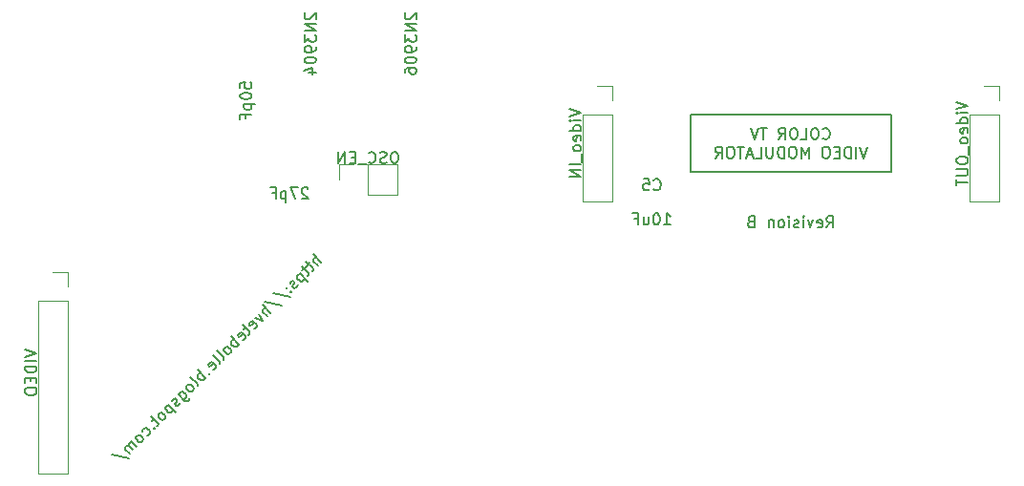
<source format=gbo>
G04 #@! TF.FileFunction,Legend,Bot*
%FSLAX46Y46*%
G04 Gerber Fmt 4.6, Leading zero omitted, Abs format (unit mm)*
G04 Created by KiCad (PCBNEW 4.0.7) date 02/27/19 23:03:59*
%MOMM*%
%LPD*%
G01*
G04 APERTURE LIST*
%ADD10C,0.100000*%
%ADD11C,0.150000*%
%ADD12C,0.200000*%
%ADD13C,0.120000*%
G04 APERTURE END LIST*
D10*
D11*
X126658333Y-57317143D02*
X126705952Y-57364762D01*
X126848809Y-57412381D01*
X126944047Y-57412381D01*
X127086905Y-57364762D01*
X127182143Y-57269524D01*
X127229762Y-57174286D01*
X127277381Y-56983810D01*
X127277381Y-56840952D01*
X127229762Y-56650476D01*
X127182143Y-56555238D01*
X127086905Y-56460000D01*
X126944047Y-56412381D01*
X126848809Y-56412381D01*
X126705952Y-56460000D01*
X126658333Y-56507619D01*
X126039286Y-56412381D02*
X125848809Y-56412381D01*
X125753571Y-56460000D01*
X125658333Y-56555238D01*
X125610714Y-56745714D01*
X125610714Y-57079048D01*
X125658333Y-57269524D01*
X125753571Y-57364762D01*
X125848809Y-57412381D01*
X126039286Y-57412381D01*
X126134524Y-57364762D01*
X126229762Y-57269524D01*
X126277381Y-57079048D01*
X126277381Y-56745714D01*
X126229762Y-56555238D01*
X126134524Y-56460000D01*
X126039286Y-56412381D01*
X124705952Y-57412381D02*
X125182143Y-57412381D01*
X125182143Y-56412381D01*
X124182143Y-56412381D02*
X123991666Y-56412381D01*
X123896428Y-56460000D01*
X123801190Y-56555238D01*
X123753571Y-56745714D01*
X123753571Y-57079048D01*
X123801190Y-57269524D01*
X123896428Y-57364762D01*
X123991666Y-57412381D01*
X124182143Y-57412381D01*
X124277381Y-57364762D01*
X124372619Y-57269524D01*
X124420238Y-57079048D01*
X124420238Y-56745714D01*
X124372619Y-56555238D01*
X124277381Y-56460000D01*
X124182143Y-56412381D01*
X122753571Y-57412381D02*
X123086905Y-56936190D01*
X123325000Y-57412381D02*
X123325000Y-56412381D01*
X122944047Y-56412381D01*
X122848809Y-56460000D01*
X122801190Y-56507619D01*
X122753571Y-56602857D01*
X122753571Y-56745714D01*
X122801190Y-56840952D01*
X122848809Y-56888571D01*
X122944047Y-56936190D01*
X123325000Y-56936190D01*
X121705952Y-56412381D02*
X121134523Y-56412381D01*
X121420238Y-57412381D02*
X121420238Y-56412381D01*
X120944047Y-56412381D02*
X120610714Y-57412381D01*
X120277380Y-56412381D01*
X130610714Y-58062381D02*
X130277381Y-59062381D01*
X129944047Y-58062381D01*
X129610714Y-59062381D02*
X129610714Y-58062381D01*
X129134524Y-59062381D02*
X129134524Y-58062381D01*
X128896429Y-58062381D01*
X128753571Y-58110000D01*
X128658333Y-58205238D01*
X128610714Y-58300476D01*
X128563095Y-58490952D01*
X128563095Y-58633810D01*
X128610714Y-58824286D01*
X128658333Y-58919524D01*
X128753571Y-59014762D01*
X128896429Y-59062381D01*
X129134524Y-59062381D01*
X128134524Y-58538571D02*
X127801190Y-58538571D01*
X127658333Y-59062381D02*
X128134524Y-59062381D01*
X128134524Y-58062381D01*
X127658333Y-58062381D01*
X127039286Y-58062381D02*
X126848809Y-58062381D01*
X126753571Y-58110000D01*
X126658333Y-58205238D01*
X126610714Y-58395714D01*
X126610714Y-58729048D01*
X126658333Y-58919524D01*
X126753571Y-59014762D01*
X126848809Y-59062381D01*
X127039286Y-59062381D01*
X127134524Y-59014762D01*
X127229762Y-58919524D01*
X127277381Y-58729048D01*
X127277381Y-58395714D01*
X127229762Y-58205238D01*
X127134524Y-58110000D01*
X127039286Y-58062381D01*
X125420238Y-59062381D02*
X125420238Y-58062381D01*
X125086904Y-58776667D01*
X124753571Y-58062381D01*
X124753571Y-59062381D01*
X124086905Y-58062381D02*
X123896428Y-58062381D01*
X123801190Y-58110000D01*
X123705952Y-58205238D01*
X123658333Y-58395714D01*
X123658333Y-58729048D01*
X123705952Y-58919524D01*
X123801190Y-59014762D01*
X123896428Y-59062381D01*
X124086905Y-59062381D01*
X124182143Y-59014762D01*
X124277381Y-58919524D01*
X124325000Y-58729048D01*
X124325000Y-58395714D01*
X124277381Y-58205238D01*
X124182143Y-58110000D01*
X124086905Y-58062381D01*
X123229762Y-59062381D02*
X123229762Y-58062381D01*
X122991667Y-58062381D01*
X122848809Y-58110000D01*
X122753571Y-58205238D01*
X122705952Y-58300476D01*
X122658333Y-58490952D01*
X122658333Y-58633810D01*
X122705952Y-58824286D01*
X122753571Y-58919524D01*
X122848809Y-59014762D01*
X122991667Y-59062381D01*
X123229762Y-59062381D01*
X122229762Y-58062381D02*
X122229762Y-58871905D01*
X122182143Y-58967143D01*
X122134524Y-59014762D01*
X122039286Y-59062381D01*
X121848809Y-59062381D01*
X121753571Y-59014762D01*
X121705952Y-58967143D01*
X121658333Y-58871905D01*
X121658333Y-58062381D01*
X120705952Y-59062381D02*
X121182143Y-59062381D01*
X121182143Y-58062381D01*
X120420238Y-58776667D02*
X119944047Y-58776667D01*
X120515476Y-59062381D02*
X120182143Y-58062381D01*
X119848809Y-59062381D01*
X119658333Y-58062381D02*
X119086904Y-58062381D01*
X119372619Y-59062381D02*
X119372619Y-58062381D01*
X118563095Y-58062381D02*
X118372618Y-58062381D01*
X118277380Y-58110000D01*
X118182142Y-58205238D01*
X118134523Y-58395714D01*
X118134523Y-58729048D01*
X118182142Y-58919524D01*
X118277380Y-59014762D01*
X118372618Y-59062381D01*
X118563095Y-59062381D01*
X118658333Y-59014762D01*
X118753571Y-58919524D01*
X118801190Y-58729048D01*
X118801190Y-58395714D01*
X118753571Y-58205238D01*
X118658333Y-58110000D01*
X118563095Y-58062381D01*
X117134523Y-59062381D02*
X117467857Y-58586190D01*
X117705952Y-59062381D02*
X117705952Y-58062381D01*
X117324999Y-58062381D01*
X117229761Y-58110000D01*
X117182142Y-58157619D01*
X117134523Y-58252857D01*
X117134523Y-58395714D01*
X117182142Y-58490952D01*
X117229761Y-58538571D01*
X117324999Y-58586190D01*
X117705952Y-58586190D01*
D12*
X132715000Y-60325000D02*
X132715000Y-55245000D01*
X114935000Y-60325000D02*
X132715000Y-60325000D01*
X114935000Y-55245000D02*
X114935000Y-60325000D01*
X132715000Y-55245000D02*
X114935000Y-55245000D01*
D11*
X126991666Y-65222381D02*
X127325000Y-64746190D01*
X127563095Y-65222381D02*
X127563095Y-64222381D01*
X127182142Y-64222381D01*
X127086904Y-64270000D01*
X127039285Y-64317619D01*
X126991666Y-64412857D01*
X126991666Y-64555714D01*
X127039285Y-64650952D01*
X127086904Y-64698571D01*
X127182142Y-64746190D01*
X127563095Y-64746190D01*
X126182142Y-65174762D02*
X126277380Y-65222381D01*
X126467857Y-65222381D01*
X126563095Y-65174762D01*
X126610714Y-65079524D01*
X126610714Y-64698571D01*
X126563095Y-64603333D01*
X126467857Y-64555714D01*
X126277380Y-64555714D01*
X126182142Y-64603333D01*
X126134523Y-64698571D01*
X126134523Y-64793810D01*
X126610714Y-64889048D01*
X125801190Y-64555714D02*
X125563095Y-65222381D01*
X125324999Y-64555714D01*
X124944047Y-65222381D02*
X124944047Y-64555714D01*
X124944047Y-64222381D02*
X124991666Y-64270000D01*
X124944047Y-64317619D01*
X124896428Y-64270000D01*
X124944047Y-64222381D01*
X124944047Y-64317619D01*
X124515476Y-65174762D02*
X124420238Y-65222381D01*
X124229762Y-65222381D01*
X124134523Y-65174762D01*
X124086904Y-65079524D01*
X124086904Y-65031905D01*
X124134523Y-64936667D01*
X124229762Y-64889048D01*
X124372619Y-64889048D01*
X124467857Y-64841429D01*
X124515476Y-64746190D01*
X124515476Y-64698571D01*
X124467857Y-64603333D01*
X124372619Y-64555714D01*
X124229762Y-64555714D01*
X124134523Y-64603333D01*
X123658333Y-65222381D02*
X123658333Y-64555714D01*
X123658333Y-64222381D02*
X123705952Y-64270000D01*
X123658333Y-64317619D01*
X123610714Y-64270000D01*
X123658333Y-64222381D01*
X123658333Y-64317619D01*
X123039286Y-65222381D02*
X123134524Y-65174762D01*
X123182143Y-65127143D01*
X123229762Y-65031905D01*
X123229762Y-64746190D01*
X123182143Y-64650952D01*
X123134524Y-64603333D01*
X123039286Y-64555714D01*
X122896428Y-64555714D01*
X122801190Y-64603333D01*
X122753571Y-64650952D01*
X122705952Y-64746190D01*
X122705952Y-65031905D01*
X122753571Y-65127143D01*
X122801190Y-65174762D01*
X122896428Y-65222381D01*
X123039286Y-65222381D01*
X122277381Y-64555714D02*
X122277381Y-65222381D01*
X122277381Y-64650952D02*
X122229762Y-64603333D01*
X122134524Y-64555714D01*
X121991666Y-64555714D01*
X121896428Y-64603333D01*
X121848809Y-64698571D01*
X121848809Y-65222381D01*
X120277380Y-64698571D02*
X120134523Y-64746190D01*
X120086904Y-64793810D01*
X120039285Y-64889048D01*
X120039285Y-65031905D01*
X120086904Y-65127143D01*
X120134523Y-65174762D01*
X120229761Y-65222381D01*
X120610714Y-65222381D01*
X120610714Y-64222381D01*
X120277380Y-64222381D01*
X120182142Y-64270000D01*
X120134523Y-64317619D01*
X120086904Y-64412857D01*
X120086904Y-64508095D01*
X120134523Y-64603333D01*
X120182142Y-64650952D01*
X120277380Y-64698571D01*
X120610714Y-64698571D01*
X82200553Y-68299210D02*
X81493447Y-67592103D01*
X81897507Y-68602256D02*
X81527118Y-68231867D01*
X81493446Y-68130851D01*
X81527118Y-68029836D01*
X81628133Y-67928820D01*
X81729149Y-67895149D01*
X81796492Y-67895149D01*
X81190400Y-68366553D02*
X80921027Y-68635927D01*
X80853683Y-68231867D02*
X81459775Y-68837958D01*
X81493447Y-68938973D01*
X81459775Y-69039988D01*
X81392431Y-69107332D01*
X80786339Y-68770615D02*
X80516965Y-69039988D01*
X80449622Y-68635928D02*
X81055714Y-69242020D01*
X81089385Y-69343035D01*
X81055714Y-69444050D01*
X80988370Y-69511393D01*
X80281263Y-69275691D02*
X80988369Y-69982798D01*
X80314934Y-69309363D02*
X80213919Y-69343035D01*
X80079232Y-69477722D01*
X80045560Y-69578737D01*
X80045560Y-69646081D01*
X80079232Y-69747096D01*
X80281263Y-69949127D01*
X80382278Y-69982799D01*
X80449621Y-69982799D01*
X80550636Y-69949127D01*
X80685324Y-69814439D01*
X80718996Y-69713424D01*
X80112904Y-70319516D02*
X80079232Y-70420531D01*
X79944545Y-70555218D01*
X79843530Y-70588890D01*
X79742514Y-70555219D01*
X79708843Y-70521547D01*
X79675171Y-70420532D01*
X79708843Y-70319516D01*
X79809859Y-70218501D01*
X79843530Y-70117486D01*
X79809858Y-70016470D01*
X79776186Y-69982798D01*
X79675171Y-69949126D01*
X79574156Y-69982798D01*
X79473141Y-70083813D01*
X79439468Y-70184829D01*
X79473141Y-70891936D02*
X79473141Y-70959279D01*
X79540484Y-70959279D01*
X79540484Y-70891936D01*
X79473141Y-70891936D01*
X79540484Y-70959279D01*
X79102751Y-70521546D02*
X79102751Y-70588890D01*
X79170095Y-70588890D01*
X79170095Y-70521546D01*
X79102751Y-70521546D01*
X79170095Y-70588890D01*
X77957912Y-71060294D02*
X79473141Y-71363340D01*
X77217133Y-71801073D02*
X78732362Y-72104118D01*
X77722210Y-72777553D02*
X77015103Y-72070447D01*
X77419164Y-73080600D02*
X77048774Y-72710210D01*
X77015102Y-72609195D01*
X77048774Y-72508180D01*
X77149790Y-72407164D01*
X77250805Y-72373492D01*
X77318149Y-72373492D01*
X76678385Y-72878569D02*
X76981431Y-73518332D01*
X76341667Y-73215286D01*
X76240652Y-74191768D02*
X76341667Y-74158096D01*
X76476355Y-74023408D01*
X76510027Y-73922393D01*
X76476355Y-73821378D01*
X76206981Y-73552004D01*
X76105965Y-73518332D01*
X76004950Y-73552004D01*
X75870263Y-73686691D01*
X75836591Y-73787706D01*
X75870263Y-73888722D01*
X75937607Y-73956066D01*
X76341668Y-73686691D01*
X75567217Y-73989737D02*
X75297843Y-74259110D01*
X75230500Y-73855050D02*
X75836592Y-74461141D01*
X75870263Y-74562157D01*
X75836592Y-74663172D01*
X75769248Y-74730515D01*
X75230499Y-75201921D02*
X75331514Y-75168249D01*
X75466202Y-75033561D01*
X75499874Y-74932546D01*
X75466202Y-74831531D01*
X75196828Y-74562157D01*
X75095812Y-74528485D01*
X74994797Y-74562157D01*
X74860110Y-74696844D01*
X74826438Y-74797859D01*
X74860110Y-74898874D01*
X74927454Y-74966219D01*
X75331515Y-74696844D01*
X74927454Y-75572310D02*
X74220347Y-74865203D01*
X74489721Y-75134576D02*
X74388706Y-75168248D01*
X74254018Y-75302936D01*
X74220346Y-75403951D01*
X74220346Y-75471294D01*
X74254018Y-75572310D01*
X74456049Y-75774341D01*
X74557064Y-75808012D01*
X74624408Y-75808012D01*
X74725423Y-75774341D01*
X74860110Y-75639653D01*
X74893782Y-75538638D01*
X74186675Y-76313088D02*
X74220347Y-76212073D01*
X74220347Y-76144729D01*
X74186675Y-76043714D01*
X73984644Y-75841683D01*
X73883629Y-75808012D01*
X73816286Y-75808012D01*
X73715271Y-75841683D01*
X73614255Y-75942699D01*
X73580583Y-76043714D01*
X73580583Y-76111058D01*
X73614255Y-76212073D01*
X73816286Y-76414104D01*
X73917301Y-76447776D01*
X73984644Y-76447776D01*
X74085659Y-76414104D01*
X74186675Y-76313088D01*
X73546912Y-76952851D02*
X73580584Y-76851836D01*
X73546912Y-76750821D01*
X72940820Y-76144729D01*
X73176522Y-77323241D02*
X73210194Y-77222226D01*
X73176522Y-77121211D01*
X72570431Y-76515119D01*
X72604102Y-77828318D02*
X72705117Y-77794646D01*
X72839804Y-77659959D01*
X72873476Y-77558944D01*
X72839804Y-77457929D01*
X72570430Y-77188554D01*
X72469415Y-77154882D01*
X72368400Y-77188554D01*
X72233712Y-77323242D01*
X72200040Y-77424257D01*
X72233712Y-77525272D01*
X72301056Y-77592616D01*
X72705118Y-77323242D01*
X72233713Y-78131364D02*
X72233713Y-78198707D01*
X72301056Y-78198707D01*
X72301056Y-78131364D01*
X72233713Y-78131364D01*
X72301056Y-78198707D01*
X71964339Y-78535424D02*
X71257232Y-77828317D01*
X71526606Y-78097691D02*
X71425591Y-78131363D01*
X71290903Y-78266050D01*
X71257232Y-78367066D01*
X71257232Y-78434409D01*
X71290903Y-78535424D01*
X71492934Y-78737455D01*
X71593950Y-78771127D01*
X71661293Y-78771127D01*
X71762308Y-78737455D01*
X71896996Y-78602768D01*
X71930667Y-78501753D01*
X71223561Y-79276203D02*
X71257232Y-79175188D01*
X71223561Y-79074172D01*
X70617469Y-78468081D01*
X70853171Y-79646592D02*
X70886843Y-79545577D01*
X70886843Y-79478234D01*
X70853171Y-79377219D01*
X70651140Y-79175188D01*
X70550125Y-79141516D01*
X70482781Y-79141516D01*
X70381766Y-79175188D01*
X70280750Y-79276203D01*
X70247079Y-79377219D01*
X70247079Y-79444562D01*
X70280750Y-79545577D01*
X70482781Y-79747608D01*
X70583797Y-79781280D01*
X70651140Y-79781280D01*
X70752155Y-79747608D01*
X70853171Y-79646592D01*
X69539972Y-80016982D02*
X70112392Y-80589402D01*
X70213407Y-80623074D01*
X70280750Y-80623074D01*
X70381766Y-80589401D01*
X70482781Y-80488386D01*
X70516453Y-80387371D01*
X69977705Y-80454715D02*
X70078720Y-80421043D01*
X70213408Y-80286356D01*
X70247079Y-80185341D01*
X70247079Y-80117997D01*
X70213408Y-80016982D01*
X70011377Y-79814951D01*
X69910362Y-79781279D01*
X69843018Y-79781279D01*
X69742003Y-79814951D01*
X69607315Y-79949638D01*
X69573644Y-80050654D01*
X69674659Y-80757760D02*
X69640988Y-80858776D01*
X69506301Y-80993462D01*
X69405285Y-81027135D01*
X69304270Y-80993463D01*
X69270598Y-80959791D01*
X69236926Y-80858776D01*
X69270599Y-80757760D01*
X69371614Y-80656745D01*
X69405286Y-80555730D01*
X69371613Y-80454714D01*
X69337942Y-80421043D01*
X69236926Y-80387371D01*
X69135911Y-80421043D01*
X69034896Y-80522058D01*
X69001224Y-80623074D01*
X68630835Y-80926119D02*
X69337942Y-81633226D01*
X68664507Y-80959791D02*
X68563491Y-80993462D01*
X68428804Y-81128150D01*
X68395132Y-81229165D01*
X68395132Y-81296509D01*
X68428804Y-81397524D01*
X68630835Y-81599555D01*
X68731850Y-81633227D01*
X68799193Y-81633227D01*
X68900209Y-81599555D01*
X69034896Y-81464867D01*
X69068568Y-81363852D01*
X68361461Y-82138302D02*
X68395133Y-82037287D01*
X68395133Y-81969944D01*
X68361461Y-81868929D01*
X68159430Y-81666898D01*
X68058415Y-81633226D01*
X67991071Y-81633226D01*
X67890056Y-81666898D01*
X67789040Y-81767913D01*
X67755369Y-81868929D01*
X67755369Y-81936272D01*
X67789040Y-82037287D01*
X67991071Y-82239318D01*
X68092087Y-82272990D01*
X68159430Y-82272990D01*
X68260445Y-82239318D01*
X68361461Y-82138302D01*
X67452323Y-82104631D02*
X67182950Y-82374004D01*
X67115606Y-81969944D02*
X67721698Y-82576035D01*
X67755369Y-82677050D01*
X67721698Y-82778066D01*
X67654354Y-82845409D01*
X67351308Y-83013768D02*
X67351308Y-83081112D01*
X67418652Y-83081112D01*
X67418652Y-83013768D01*
X67351308Y-83013768D01*
X67418652Y-83081112D01*
X66745216Y-83687203D02*
X66846232Y-83653532D01*
X66980919Y-83518844D01*
X67014591Y-83417829D01*
X67014591Y-83350486D01*
X66980919Y-83249470D01*
X66778888Y-83047439D01*
X66677873Y-83013768D01*
X66610530Y-83013768D01*
X66509514Y-83047439D01*
X66374827Y-83182127D01*
X66341155Y-83283142D01*
X66374828Y-84124936D02*
X66408499Y-84023921D01*
X66408499Y-83956577D01*
X66374828Y-83855562D01*
X66172797Y-83653531D01*
X66071781Y-83619859D01*
X66004438Y-83619859D01*
X65903423Y-83653531D01*
X65802407Y-83754547D01*
X65768735Y-83855562D01*
X65768735Y-83922905D01*
X65802407Y-84023921D01*
X66004438Y-84225952D01*
X66105453Y-84259623D01*
X66172797Y-84259623D01*
X66273812Y-84225952D01*
X66374828Y-84124936D01*
X65836079Y-84663684D02*
X65364675Y-84192279D01*
X65432018Y-84259623D02*
X65364675Y-84259623D01*
X65263659Y-84293294D01*
X65162644Y-84394310D01*
X65128972Y-84495325D01*
X65162644Y-84596341D01*
X65533033Y-84966730D01*
X65162644Y-84596341D02*
X65061628Y-84562669D01*
X64960613Y-84596341D01*
X64859598Y-84697356D01*
X64825926Y-84798371D01*
X64859598Y-84899386D01*
X65229988Y-85269776D01*
X63647416Y-85370791D02*
X65162644Y-85673836D01*
D13*
X59750000Y-87055000D02*
X57090000Y-87055000D01*
X59750000Y-71755000D02*
X59750000Y-87055000D01*
X57090000Y-71755000D02*
X57090000Y-87055000D01*
X59750000Y-71755000D02*
X57090000Y-71755000D01*
X59750000Y-70485000D02*
X59750000Y-69155000D01*
X59750000Y-69155000D02*
X58420000Y-69155000D01*
X108010000Y-62925000D02*
X105350000Y-62925000D01*
X108010000Y-55245000D02*
X108010000Y-62925000D01*
X105350000Y-55245000D02*
X105350000Y-62925000D01*
X108010000Y-55245000D02*
X105350000Y-55245000D01*
X108010000Y-53975000D02*
X108010000Y-52645000D01*
X108010000Y-52645000D02*
X106680000Y-52645000D01*
X142300000Y-62925000D02*
X139640000Y-62925000D01*
X142300000Y-55245000D02*
X142300000Y-62925000D01*
X139640000Y-55245000D02*
X139640000Y-62925000D01*
X142300000Y-55245000D02*
X139640000Y-55245000D01*
X142300000Y-53975000D02*
X142300000Y-52645000D01*
X142300000Y-52645000D02*
X140970000Y-52645000D01*
X88960000Y-59630000D02*
X88960000Y-62290000D01*
X86360000Y-59630000D02*
X88960000Y-59630000D01*
X86360000Y-62290000D02*
X88960000Y-62290000D01*
X86360000Y-59630000D02*
X86360000Y-62290000D01*
X85090000Y-59630000D02*
X83760000Y-59630000D01*
X83760000Y-59630000D02*
X83760000Y-60960000D01*
D11*
X55967381Y-76057381D02*
X56967381Y-76390714D01*
X55967381Y-76724048D01*
X56967381Y-77057381D02*
X55967381Y-77057381D01*
X56967381Y-77533571D02*
X55967381Y-77533571D01*
X55967381Y-77771666D01*
X56015000Y-77914524D01*
X56110238Y-78009762D01*
X56205476Y-78057381D01*
X56395952Y-78105000D01*
X56538810Y-78105000D01*
X56729286Y-78057381D01*
X56824524Y-78009762D01*
X56919762Y-77914524D01*
X56967381Y-77771666D01*
X56967381Y-77533571D01*
X56443571Y-78533571D02*
X56443571Y-78866905D01*
X56967381Y-79009762D02*
X56967381Y-78533571D01*
X55967381Y-78533571D01*
X55967381Y-79009762D01*
X55967381Y-79628809D02*
X55967381Y-79819286D01*
X56015000Y-79914524D01*
X56110238Y-80009762D01*
X56300714Y-80057381D01*
X56634048Y-80057381D01*
X56824524Y-80009762D01*
X56919762Y-79914524D01*
X56967381Y-79819286D01*
X56967381Y-79628809D01*
X56919762Y-79533571D01*
X56824524Y-79438333D01*
X56634048Y-79390714D01*
X56300714Y-79390714D01*
X56110238Y-79438333D01*
X56015000Y-79533571D01*
X55967381Y-79628809D01*
X75017381Y-52855953D02*
X75017381Y-52379762D01*
X75493571Y-52332143D01*
X75445952Y-52379762D01*
X75398333Y-52475000D01*
X75398333Y-52713096D01*
X75445952Y-52808334D01*
X75493571Y-52855953D01*
X75588810Y-52903572D01*
X75826905Y-52903572D01*
X75922143Y-52855953D01*
X75969762Y-52808334D01*
X76017381Y-52713096D01*
X76017381Y-52475000D01*
X75969762Y-52379762D01*
X75922143Y-52332143D01*
X75017381Y-53522619D02*
X75017381Y-53617858D01*
X75065000Y-53713096D01*
X75112619Y-53760715D01*
X75207857Y-53808334D01*
X75398333Y-53855953D01*
X75636429Y-53855953D01*
X75826905Y-53808334D01*
X75922143Y-53760715D01*
X75969762Y-53713096D01*
X76017381Y-53617858D01*
X76017381Y-53522619D01*
X75969762Y-53427381D01*
X75922143Y-53379762D01*
X75826905Y-53332143D01*
X75636429Y-53284524D01*
X75398333Y-53284524D01*
X75207857Y-53332143D01*
X75112619Y-53379762D01*
X75065000Y-53427381D01*
X75017381Y-53522619D01*
X75350714Y-54284524D02*
X76350714Y-54284524D01*
X75398333Y-54284524D02*
X75350714Y-54379762D01*
X75350714Y-54570239D01*
X75398333Y-54665477D01*
X75445952Y-54713096D01*
X75541190Y-54760715D01*
X75826905Y-54760715D01*
X75922143Y-54713096D01*
X75969762Y-54665477D01*
X76017381Y-54570239D01*
X76017381Y-54379762D01*
X75969762Y-54284524D01*
X75493571Y-55522620D02*
X75493571Y-55189286D01*
X76017381Y-55189286D02*
X75017381Y-55189286D01*
X75017381Y-55665477D01*
X81017857Y-61777619D02*
X80970238Y-61730000D01*
X80875000Y-61682381D01*
X80636904Y-61682381D01*
X80541666Y-61730000D01*
X80494047Y-61777619D01*
X80446428Y-61872857D01*
X80446428Y-61968095D01*
X80494047Y-62110952D01*
X81065476Y-62682381D01*
X80446428Y-62682381D01*
X80113095Y-61682381D02*
X79446428Y-61682381D01*
X79875000Y-62682381D01*
X79065476Y-62015714D02*
X79065476Y-63015714D01*
X79065476Y-62063333D02*
X78970238Y-62015714D01*
X78779761Y-62015714D01*
X78684523Y-62063333D01*
X78636904Y-62110952D01*
X78589285Y-62206190D01*
X78589285Y-62491905D01*
X78636904Y-62587143D01*
X78684523Y-62634762D01*
X78779761Y-62682381D01*
X78970238Y-62682381D01*
X79065476Y-62634762D01*
X77827380Y-62158571D02*
X78160714Y-62158571D01*
X78160714Y-62682381D02*
X78160714Y-61682381D01*
X77684523Y-61682381D01*
X111672666Y-61825143D02*
X111720285Y-61872762D01*
X111863142Y-61920381D01*
X111958380Y-61920381D01*
X112101238Y-61872762D01*
X112196476Y-61777524D01*
X112244095Y-61682286D01*
X112291714Y-61491810D01*
X112291714Y-61348952D01*
X112244095Y-61158476D01*
X112196476Y-61063238D01*
X112101238Y-60968000D01*
X111958380Y-60920381D01*
X111863142Y-60920381D01*
X111720285Y-60968000D01*
X111672666Y-61015619D01*
X110767904Y-60920381D02*
X111244095Y-60920381D01*
X111291714Y-61396571D01*
X111244095Y-61348952D01*
X111148857Y-61301333D01*
X110910761Y-61301333D01*
X110815523Y-61348952D01*
X110767904Y-61396571D01*
X110720285Y-61491810D01*
X110720285Y-61729905D01*
X110767904Y-61825143D01*
X110815523Y-61872762D01*
X110910761Y-61920381D01*
X111148857Y-61920381D01*
X111244095Y-61872762D01*
X111291714Y-61825143D01*
X112577428Y-64968381D02*
X113148857Y-64968381D01*
X112863143Y-64968381D02*
X112863143Y-63968381D01*
X112958381Y-64111238D01*
X113053619Y-64206476D01*
X113148857Y-64254095D01*
X111958381Y-63968381D02*
X111863142Y-63968381D01*
X111767904Y-64016000D01*
X111720285Y-64063619D01*
X111672666Y-64158857D01*
X111625047Y-64349333D01*
X111625047Y-64587429D01*
X111672666Y-64777905D01*
X111720285Y-64873143D01*
X111767904Y-64920762D01*
X111863142Y-64968381D01*
X111958381Y-64968381D01*
X112053619Y-64920762D01*
X112101238Y-64873143D01*
X112148857Y-64777905D01*
X112196476Y-64587429D01*
X112196476Y-64349333D01*
X112148857Y-64158857D01*
X112101238Y-64063619D01*
X112053619Y-64016000D01*
X111958381Y-63968381D01*
X110767904Y-64301714D02*
X110767904Y-64968381D01*
X111196476Y-64301714D02*
X111196476Y-64825524D01*
X111148857Y-64920762D01*
X111053619Y-64968381D01*
X110910761Y-64968381D01*
X110815523Y-64920762D01*
X110767904Y-64873143D01*
X109958380Y-64444571D02*
X110291714Y-64444571D01*
X110291714Y-64968381D02*
X110291714Y-63968381D01*
X109815523Y-63968381D01*
X104227381Y-54737381D02*
X105227381Y-55070714D01*
X104227381Y-55404048D01*
X105227381Y-55737381D02*
X104560714Y-55737381D01*
X104227381Y-55737381D02*
X104275000Y-55689762D01*
X104322619Y-55737381D01*
X104275000Y-55785000D01*
X104227381Y-55737381D01*
X104322619Y-55737381D01*
X105227381Y-56642143D02*
X104227381Y-56642143D01*
X105179762Y-56642143D02*
X105227381Y-56546905D01*
X105227381Y-56356428D01*
X105179762Y-56261190D01*
X105132143Y-56213571D01*
X105036905Y-56165952D01*
X104751190Y-56165952D01*
X104655952Y-56213571D01*
X104608333Y-56261190D01*
X104560714Y-56356428D01*
X104560714Y-56546905D01*
X104608333Y-56642143D01*
X105179762Y-57499286D02*
X105227381Y-57404048D01*
X105227381Y-57213571D01*
X105179762Y-57118333D01*
X105084524Y-57070714D01*
X104703571Y-57070714D01*
X104608333Y-57118333D01*
X104560714Y-57213571D01*
X104560714Y-57404048D01*
X104608333Y-57499286D01*
X104703571Y-57546905D01*
X104798810Y-57546905D01*
X104894048Y-57070714D01*
X105227381Y-58118333D02*
X105179762Y-58023095D01*
X105132143Y-57975476D01*
X105036905Y-57927857D01*
X104751190Y-57927857D01*
X104655952Y-57975476D01*
X104608333Y-58023095D01*
X104560714Y-58118333D01*
X104560714Y-58261191D01*
X104608333Y-58356429D01*
X104655952Y-58404048D01*
X104751190Y-58451667D01*
X105036905Y-58451667D01*
X105132143Y-58404048D01*
X105179762Y-58356429D01*
X105227381Y-58261191D01*
X105227381Y-58118333D01*
X105322619Y-58642143D02*
X105322619Y-59404048D01*
X105227381Y-59642143D02*
X104227381Y-59642143D01*
X105227381Y-60118333D02*
X104227381Y-60118333D01*
X105227381Y-60689762D01*
X104227381Y-60689762D01*
X138517381Y-54070714D02*
X139517381Y-54404047D01*
X138517381Y-54737381D01*
X139517381Y-55070714D02*
X138850714Y-55070714D01*
X138517381Y-55070714D02*
X138565000Y-55023095D01*
X138612619Y-55070714D01*
X138565000Y-55118333D01*
X138517381Y-55070714D01*
X138612619Y-55070714D01*
X139517381Y-55975476D02*
X138517381Y-55975476D01*
X139469762Y-55975476D02*
X139517381Y-55880238D01*
X139517381Y-55689761D01*
X139469762Y-55594523D01*
X139422143Y-55546904D01*
X139326905Y-55499285D01*
X139041190Y-55499285D01*
X138945952Y-55546904D01*
X138898333Y-55594523D01*
X138850714Y-55689761D01*
X138850714Y-55880238D01*
X138898333Y-55975476D01*
X139469762Y-56832619D02*
X139517381Y-56737381D01*
X139517381Y-56546904D01*
X139469762Y-56451666D01*
X139374524Y-56404047D01*
X138993571Y-56404047D01*
X138898333Y-56451666D01*
X138850714Y-56546904D01*
X138850714Y-56737381D01*
X138898333Y-56832619D01*
X138993571Y-56880238D01*
X139088810Y-56880238D01*
X139184048Y-56404047D01*
X139517381Y-57451666D02*
X139469762Y-57356428D01*
X139422143Y-57308809D01*
X139326905Y-57261190D01*
X139041190Y-57261190D01*
X138945952Y-57308809D01*
X138898333Y-57356428D01*
X138850714Y-57451666D01*
X138850714Y-57594524D01*
X138898333Y-57689762D01*
X138945952Y-57737381D01*
X139041190Y-57785000D01*
X139326905Y-57785000D01*
X139422143Y-57737381D01*
X139469762Y-57689762D01*
X139517381Y-57594524D01*
X139517381Y-57451666D01*
X139612619Y-57975476D02*
X139612619Y-58737381D01*
X138517381Y-59165952D02*
X138517381Y-59356429D01*
X138565000Y-59451667D01*
X138660238Y-59546905D01*
X138850714Y-59594524D01*
X139184048Y-59594524D01*
X139374524Y-59546905D01*
X139469762Y-59451667D01*
X139517381Y-59356429D01*
X139517381Y-59165952D01*
X139469762Y-59070714D01*
X139374524Y-58975476D01*
X139184048Y-58927857D01*
X138850714Y-58927857D01*
X138660238Y-58975476D01*
X138565000Y-59070714D01*
X138517381Y-59165952D01*
X138517381Y-60023095D02*
X139326905Y-60023095D01*
X139422143Y-60070714D01*
X139469762Y-60118333D01*
X139517381Y-60213571D01*
X139517381Y-60404048D01*
X139469762Y-60499286D01*
X139422143Y-60546905D01*
X139326905Y-60594524D01*
X138517381Y-60594524D01*
X138517381Y-60927857D02*
X138517381Y-61499286D01*
X139517381Y-61213571D02*
X138517381Y-61213571D01*
X89717619Y-46180714D02*
X89670000Y-46228333D01*
X89622381Y-46323571D01*
X89622381Y-46561667D01*
X89670000Y-46656905D01*
X89717619Y-46704524D01*
X89812857Y-46752143D01*
X89908095Y-46752143D01*
X90050952Y-46704524D01*
X90622381Y-46133095D01*
X90622381Y-46752143D01*
X90622381Y-47180714D02*
X89622381Y-47180714D01*
X90622381Y-47752143D01*
X89622381Y-47752143D01*
X89622381Y-48133095D02*
X89622381Y-48752143D01*
X90003333Y-48418809D01*
X90003333Y-48561667D01*
X90050952Y-48656905D01*
X90098571Y-48704524D01*
X90193810Y-48752143D01*
X90431905Y-48752143D01*
X90527143Y-48704524D01*
X90574762Y-48656905D01*
X90622381Y-48561667D01*
X90622381Y-48275952D01*
X90574762Y-48180714D01*
X90527143Y-48133095D01*
X90622381Y-49228333D02*
X90622381Y-49418809D01*
X90574762Y-49514048D01*
X90527143Y-49561667D01*
X90384286Y-49656905D01*
X90193810Y-49704524D01*
X89812857Y-49704524D01*
X89717619Y-49656905D01*
X89670000Y-49609286D01*
X89622381Y-49514048D01*
X89622381Y-49323571D01*
X89670000Y-49228333D01*
X89717619Y-49180714D01*
X89812857Y-49133095D01*
X90050952Y-49133095D01*
X90146190Y-49180714D01*
X90193810Y-49228333D01*
X90241429Y-49323571D01*
X90241429Y-49514048D01*
X90193810Y-49609286D01*
X90146190Y-49656905D01*
X90050952Y-49704524D01*
X89622381Y-50323571D02*
X89622381Y-50418810D01*
X89670000Y-50514048D01*
X89717619Y-50561667D01*
X89812857Y-50609286D01*
X90003333Y-50656905D01*
X90241429Y-50656905D01*
X90431905Y-50609286D01*
X90527143Y-50561667D01*
X90574762Y-50514048D01*
X90622381Y-50418810D01*
X90622381Y-50323571D01*
X90574762Y-50228333D01*
X90527143Y-50180714D01*
X90431905Y-50133095D01*
X90241429Y-50085476D01*
X90003333Y-50085476D01*
X89812857Y-50133095D01*
X89717619Y-50180714D01*
X89670000Y-50228333D01*
X89622381Y-50323571D01*
X89622381Y-51514048D02*
X89622381Y-51323571D01*
X89670000Y-51228333D01*
X89717619Y-51180714D01*
X89860476Y-51085476D01*
X90050952Y-51037857D01*
X90431905Y-51037857D01*
X90527143Y-51085476D01*
X90574762Y-51133095D01*
X90622381Y-51228333D01*
X90622381Y-51418810D01*
X90574762Y-51514048D01*
X90527143Y-51561667D01*
X90431905Y-51609286D01*
X90193810Y-51609286D01*
X90098571Y-51561667D01*
X90050952Y-51514048D01*
X90003333Y-51418810D01*
X90003333Y-51228333D01*
X90050952Y-51133095D01*
X90098571Y-51085476D01*
X90193810Y-51037857D01*
X80827619Y-46180714D02*
X80780000Y-46228333D01*
X80732381Y-46323571D01*
X80732381Y-46561667D01*
X80780000Y-46656905D01*
X80827619Y-46704524D01*
X80922857Y-46752143D01*
X81018095Y-46752143D01*
X81160952Y-46704524D01*
X81732381Y-46133095D01*
X81732381Y-46752143D01*
X81732381Y-47180714D02*
X80732381Y-47180714D01*
X81732381Y-47752143D01*
X80732381Y-47752143D01*
X80732381Y-48133095D02*
X80732381Y-48752143D01*
X81113333Y-48418809D01*
X81113333Y-48561667D01*
X81160952Y-48656905D01*
X81208571Y-48704524D01*
X81303810Y-48752143D01*
X81541905Y-48752143D01*
X81637143Y-48704524D01*
X81684762Y-48656905D01*
X81732381Y-48561667D01*
X81732381Y-48275952D01*
X81684762Y-48180714D01*
X81637143Y-48133095D01*
X81732381Y-49228333D02*
X81732381Y-49418809D01*
X81684762Y-49514048D01*
X81637143Y-49561667D01*
X81494286Y-49656905D01*
X81303810Y-49704524D01*
X80922857Y-49704524D01*
X80827619Y-49656905D01*
X80780000Y-49609286D01*
X80732381Y-49514048D01*
X80732381Y-49323571D01*
X80780000Y-49228333D01*
X80827619Y-49180714D01*
X80922857Y-49133095D01*
X81160952Y-49133095D01*
X81256190Y-49180714D01*
X81303810Y-49228333D01*
X81351429Y-49323571D01*
X81351429Y-49514048D01*
X81303810Y-49609286D01*
X81256190Y-49656905D01*
X81160952Y-49704524D01*
X80732381Y-50323571D02*
X80732381Y-50418810D01*
X80780000Y-50514048D01*
X80827619Y-50561667D01*
X80922857Y-50609286D01*
X81113333Y-50656905D01*
X81351429Y-50656905D01*
X81541905Y-50609286D01*
X81637143Y-50561667D01*
X81684762Y-50514048D01*
X81732381Y-50418810D01*
X81732381Y-50323571D01*
X81684762Y-50228333D01*
X81637143Y-50180714D01*
X81541905Y-50133095D01*
X81351429Y-50085476D01*
X81113333Y-50085476D01*
X80922857Y-50133095D01*
X80827619Y-50180714D01*
X80780000Y-50228333D01*
X80732381Y-50323571D01*
X81065714Y-51514048D02*
X81732381Y-51514048D01*
X80684762Y-51275952D02*
X81399048Y-51037857D01*
X81399048Y-51656905D01*
X88788572Y-58507381D02*
X88598095Y-58507381D01*
X88502857Y-58555000D01*
X88407619Y-58650238D01*
X88360000Y-58840714D01*
X88360000Y-59174048D01*
X88407619Y-59364524D01*
X88502857Y-59459762D01*
X88598095Y-59507381D01*
X88788572Y-59507381D01*
X88883810Y-59459762D01*
X88979048Y-59364524D01*
X89026667Y-59174048D01*
X89026667Y-58840714D01*
X88979048Y-58650238D01*
X88883810Y-58555000D01*
X88788572Y-58507381D01*
X87979048Y-59459762D02*
X87836191Y-59507381D01*
X87598095Y-59507381D01*
X87502857Y-59459762D01*
X87455238Y-59412143D01*
X87407619Y-59316905D01*
X87407619Y-59221667D01*
X87455238Y-59126429D01*
X87502857Y-59078810D01*
X87598095Y-59031190D01*
X87788572Y-58983571D01*
X87883810Y-58935952D01*
X87931429Y-58888333D01*
X87979048Y-58793095D01*
X87979048Y-58697857D01*
X87931429Y-58602619D01*
X87883810Y-58555000D01*
X87788572Y-58507381D01*
X87550476Y-58507381D01*
X87407619Y-58555000D01*
X86407619Y-59412143D02*
X86455238Y-59459762D01*
X86598095Y-59507381D01*
X86693333Y-59507381D01*
X86836191Y-59459762D01*
X86931429Y-59364524D01*
X86979048Y-59269286D01*
X87026667Y-59078810D01*
X87026667Y-58935952D01*
X86979048Y-58745476D01*
X86931429Y-58650238D01*
X86836191Y-58555000D01*
X86693333Y-58507381D01*
X86598095Y-58507381D01*
X86455238Y-58555000D01*
X86407619Y-58602619D01*
X86217143Y-59602619D02*
X85455238Y-59602619D01*
X85217143Y-58983571D02*
X84883809Y-58983571D01*
X84740952Y-59507381D02*
X85217143Y-59507381D01*
X85217143Y-58507381D01*
X84740952Y-58507381D01*
X84312381Y-59507381D02*
X84312381Y-58507381D01*
X83740952Y-59507381D01*
X83740952Y-58507381D01*
M02*

</source>
